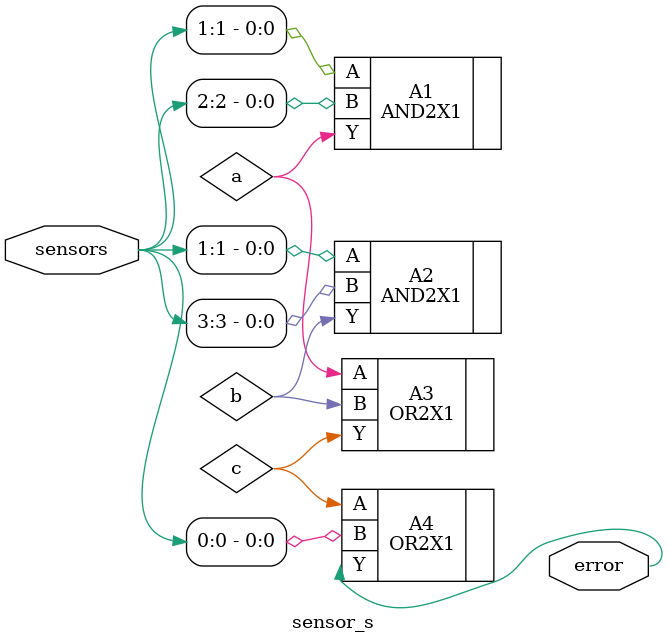
<source format=sv>
module sensor_s(
    input logic[3:0] sensors,
    output logic error
);
wire a;
wire b;
wire c;
AND2X1 A1 (.Y(a), .A(sensors[1]), .B(sensors[2]));
AND2X1 A2 (.Y(b), .A(sensors[1]), .B(sensors[3]));
OR2X1  A3 (.Y(c),.A(a),.B(b));
OR2X1  A4 (.Y(error),.A(c),.B(sensors[0]));

endmodule 

 
</source>
